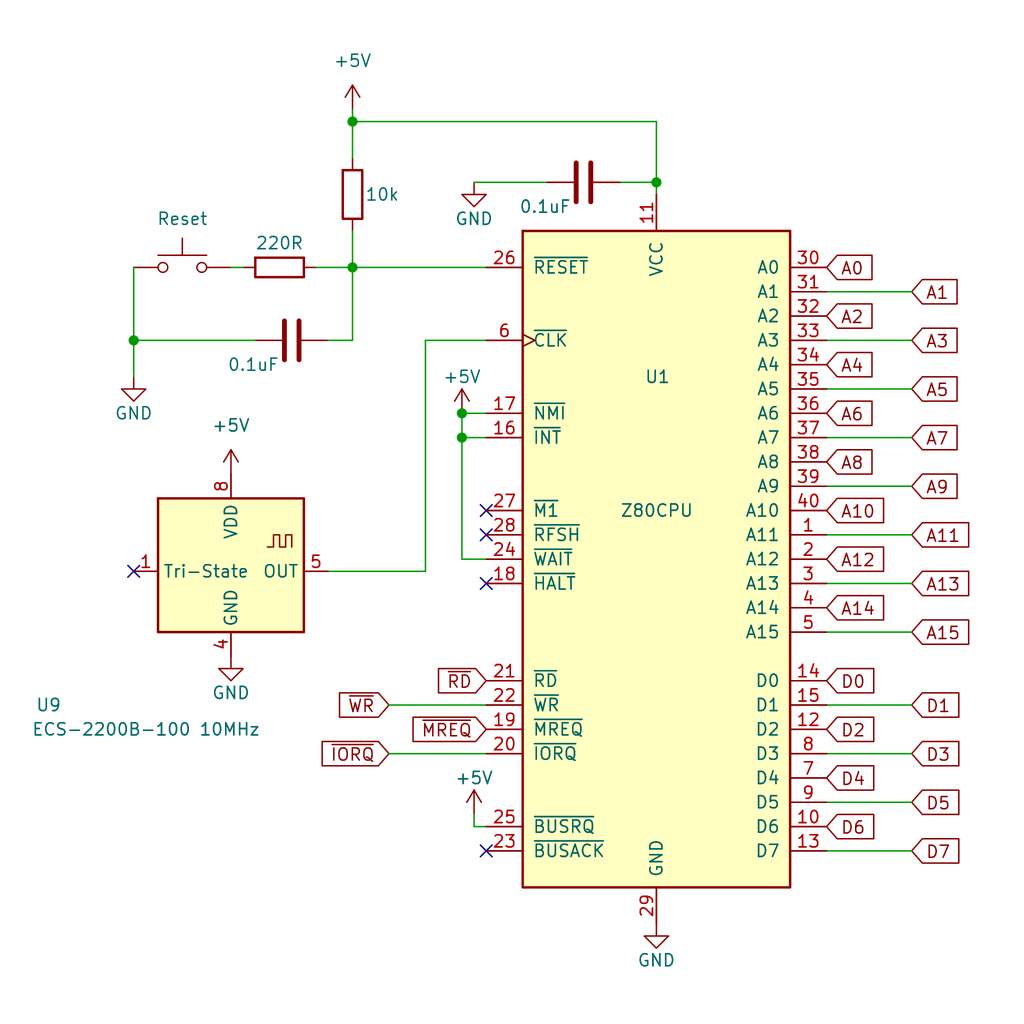
<source format=kicad_sch>
(kicad_sch (version 20230121) (generator eeschema)
  (paper "User" 107.01 107.01)
  (lib_symbols
    (symbol "74xx:74LS04"
      (property "Reference" "U" (at 0 1.27 0))
      (property "Value" "74LS04" (at 0 -1.27 0))
      (symbol "74LS04_1_0"
        (polyline (pts (xy -3.81 3.81) (xy -3.81 -3.81) (xy 3.81 0) (xy -3.81 3.81)) (stroke (width 0.254)) (fill (type background)))
        (pin input line (at -7.62 0 0) (length 3.81) (name "~") (number "1"))
        (pin output inverted (at 7.62 0 180) (length 3.81) (name "~") (number "2"))
      )
      (symbol "74LS04_2_0"
        (polyline (pts (xy -3.81 3.81) (xy -3.81 -3.81) (xy 3.81 0) (xy -3.81 3.81)) (stroke (width 0.254)) (fill (type background)))
        (pin input line (at -7.62 0 0) (length 3.81) (name "~") (number "3"))
        (pin output inverted (at 7.62 0 180) (length 3.81) (name "~") (number "4"))
      )
      (symbol "74LS04_3_0"
        (polyline (pts (xy -3.81 3.81) (xy -3.81 -3.81) (xy 3.81 0) (xy -3.81 3.81)) (stroke (width 0.254)) (fill (type background)))
        (pin input line (at -7.62 0 0) (length 3.81) (name "~") (number "5"))
        (pin output inverted (at 7.62 0 180) (length 3.81) (name "~") (number "6"))
      )
      (symbol "74LS04_4_0"
        (polyline (pts (xy -3.81 3.81) (xy -3.81 -3.81) (xy 3.81 0) (xy -3.81 3.81)) (stroke (width 0.254)) (fill (type background)))
        (pin output inverted (at 7.62 0 180) (length 3.81) (name "~") (number "8"))
        (pin input line (at -7.62 0 0) (length 3.81) (name "~") (number "9"))
      )
      (symbol "74LS04_5_0"
        (polyline (pts (xy -3.81 3.81) (xy -3.81 -3.81) (xy 3.81 0) (xy -3.81 3.81)) (stroke (width 0.254)) (fill (type background)))
        (pin output inverted (at 7.62 0 180) (length 3.81) (name "~") (number "10"))
        (pin input line (at -7.62 0 0) (length 3.81) (name "~") (number "11"))
      )
      (symbol "74LS04_6_0"
        (polyline (pts (xy -3.81 3.81) (xy -3.81 -3.81) (xy 3.81 0) (xy -3.81 3.81)) (stroke (width 0.254)) (fill (type background)))
        (pin output inverted (at 7.62 0 180) (length 3.81) (name "~") (number "12"))
        (pin input line (at -7.62 0 0) (length 3.81) (name "~") (number "13"))
      )
      (symbol "74LS04_7_0"
        (pin power_in line (at 0 12.7 270) (length 5.08) (name "VCC") (number "14"))
        (pin power_in line (at 0 -12.7 90) (length 5.08) (name "GND") (number "7"))
      )
      (symbol "74LS04_7_1"
        (rectangle (start -5.08 7.62) (end 5.08 -7.62) (stroke (width 0.254)) (fill (type background)))
      )
    )
    (symbol "74xx:74LS32" (pin_names (offset 1.016))
      (property "Reference" "U" (at 0 1.27 0))
      (property "Value" "74LS32" (at 0 -1.27 0))
      (symbol "74LS32_1_1"
        (arc (start -3.81 -3.81) (mid -2.589 0) (end -3.81 3.81) (stroke (width 0.254)))
        (arc (start -0.6096 -3.81) (mid 2.1842 -2.5851) (end 3.81 0) (stroke (width 0.254)) (fill (type background)))
        (polyline (pts (xy -3.81 -3.81) (xy -0.635 -3.81)) (stroke (width 0.254)) (fill (type background)))
        (polyline (pts (xy -3.81 3.81) (xy -0.635 3.81)) (stroke (width 0.254)) (fill (type background)))
        (polyline (pts (xy -0.635 3.81) (xy -3.81 3.81) (xy -3.81 3.81) (xy -3.556 3.4036) (xy -3.0226 2.2606) (xy -2.6924 1.0414) (xy -2.6162 -0.254) (xy -2.7686 -1.4986) (xy -3.175 -2.7178) (xy -3.81 -3.81) (xy -3.81 -3.81) (xy -0.635 -3.81)) (stroke (width -25.4)) (fill (type background)))
        (arc (start 3.81 0) (mid 2.1915 2.5936) (end -0.6096 3.81) (stroke (width 0.254)) (fill (type background)))
        (pin input line (at -7.62 2.54 0) (length 4.318) (name "~") (number "1"))
        (pin input line (at -7.62 -2.54 0) (length 4.318) (name "~") (number "2"))
        (pin output line (at 7.62 0 180) (length 3.81) (name "~") (number "3"))
      )
      (symbol "74LS32_1_2"
        (arc (start 0 -3.81) (mid 3.7934 0) (end 0 3.81) (stroke (width 0.254)) (fill (type background)))
        (polyline (pts (xy 0 3.81) (xy -3.81 3.81) (xy -3.81 -3.81) (xy 0 -3.81)) (stroke (width 0.254)) (fill (type background)))
        (pin input inverted (at -7.62 2.54 0) (length 3.81) (name "~") (number "1"))
        (pin input inverted (at -7.62 -2.54 0) (length 3.81) (name "~") (number "2"))
        (pin output inverted (at 7.62 0 180) (length 3.81) (name "~") (number "3"))
      )
      (symbol "74LS32_2_1"
        (arc (start -3.81 -3.81) (mid -2.589 0) (end -3.81 3.81) (stroke (width 0.254)))
        (arc (start -0.6096 -3.81) (mid 2.1842 -2.5851) (end 3.81 0) (stroke (width 0.254)) (fill (type background)))
        (polyline (pts (xy -3.81 -3.81) (xy -0.635 -3.81)) (stroke (width 0.254)) (fill (type background)))
        (polyline (pts (xy -3.81 3.81) (xy -0.635 3.81)) (stroke (width 0.254)) (fill (type background)))
        (polyline (pts (xy -0.635 3.81) (xy -3.81 3.81) (xy -3.81 3.81) (xy -3.556 3.4036) (xy -3.0226 2.2606) (xy -2.6924 1.0414) (xy -2.6162 -0.254) (xy -2.7686 -1.4986) (xy -3.175 -2.7178) (xy -3.81 -3.81) (xy -3.81 -3.81) (xy -0.635 -3.81)) (stroke (width -25.4)) (fill (type background)))
        (arc (start 3.81 0) (mid 2.1915 2.5936) (end -0.6096 3.81) (stroke (width 0.254)) (fill (type background)))
        (pin input line (at -7.62 2.54 0) (length 4.318) (name "~") (number "4"))
        (pin input line (at -7.62 -2.54 0) (length 4.318) (name "~") (number "5"))
        (pin output line (at 7.62 0 180) (length 3.81) (name "~") (number "6"))
      )
      (symbol "74LS32_2_2"
        (arc (start 0 -3.81) (mid 3.7934 0) (end 0 3.81) (stroke (width 0.254)) (fill (type background)))
        (polyline (pts (xy 0 3.81) (xy -3.81 3.81) (xy -3.81 -3.81) (xy 0 -3.81)) (stroke (width 0.254)) (fill (type background)))
        (pin input inverted (at -7.62 2.54 0) (length 3.81) (name "~") (number "4"))
        (pin input inverted (at -7.62 -2.54 0) (length 3.81) (name "~") (number "5"))
        (pin output inverted (at 7.62 0 180) (length 3.81) (name "~") (number "6"))
      )
      (symbol "74LS32_3_1"
        (arc (start -3.81 -3.81) (mid -2.589 0) (end -3.81 3.81) (stroke (width 0.254)))
        (arc (start -0.6096 -3.81) (mid 2.1842 -2.5851) (end 3.81 0) (stroke (width 0.254)) (fill (type background)))
        (polyline (pts (xy -3.81 -3.81) (xy -0.635 -3.81)) (stroke (width 0.254)) (fill (type background)))
        (polyline (pts (xy -3.81 3.81) (xy -0.635 3.81)) (stroke (width 0.254)) (fill (type background)))
        (polyline (pts (xy -0.635 3.81) (xy -3.81 3.81) (xy -3.81 3.81) (xy -3.556 3.4036) (xy -3.0226 2.2606) (xy -2.6924 1.0414) (xy -2.6162 -0.254) (xy -2.7686 -1.4986) (xy -3.175 -2.7178) (xy -3.81 -3.81) (xy -3.81 -3.81) (xy -0.635 -3.81)) (stroke (width -25.4)) (fill (type background)))
        (arc (start 3.81 0) (mid 2.1915 2.5936) (end -0.6096 3.81) (stroke (width 0.254)) (fill (type background)))
        (pin input line (at -7.62 -2.54 0) (length 4.318) (name "~") (number "10"))
        (pin output line (at 7.62 0 180) (length 3.81) (name "~") (number "8"))
        (pin input line (at -7.62 2.54 0) (length 4.318) (name "~") (number "9"))
      )
      (symbol "74LS32_3_2"
        (arc (start 0 -3.81) (mid 3.7934 0) (end 0 3.81) (stroke (width 0.254)) (fill (type background)))
        (polyline (pts (xy 0 3.81) (xy -3.81 3.81) (xy -3.81 -3.81) (xy 0 -3.81)) (stroke (width 0.254)) (fill (type background)))
        (pin input inverted (at -7.62 -2.54 0) (length 3.81) (name "~") (number "10"))
        (pin output inverted (at 7.62 0 180) (length 3.81) (name "~") (number "8"))
        (pin input inverted (at -7.62 2.54 0) (length 3.81) (name "~") (number "9"))
      )
      (symbol "74LS32_4_1"
        (arc (start -3.81 -3.81) (mid -2.589 0) (end -3.81 3.81) (stroke (width 0.254)))
        (arc (start -0.6096 -3.81) (mid 2.1842 -2.5851) (end 3.81 0) (stroke (width 0.254)) (fill (type background)))
        (polyline (pts (xy -3.81 -3.81) (xy -0.635 -3.81)) (stroke (width 0.254)) (fill (type background)))
        (polyline (pts (xy -3.81 3.81) (xy -0.635 3.81)) (stroke (width 0.254)) (fill (type background)))
        (polyline (pts (xy -0.635 3.81) (xy -3.81 3.81) (xy -3.81 3.81) (xy -3.556 3.4036) (xy -3.0226 2.2606) (xy -2.6924 1.0414) (xy -2.6162 -0.254) (xy -2.7686 -1.4986) (xy -3.175 -2.7178) (xy -3.81 -3.81) (xy -3.81 -3.81) (xy -0.635 -3.81)) (stroke (width -25.4)) (fill (type background)))
        (arc (start 3.81 0) (mid 2.1915 2.5936) (end -0.6096 3.81) (stroke (width 0.254)) (fill (type background)))
        (pin output line (at 7.62 0 180) (length 3.81) (name "~") (number "11"))
        (pin input line (at -7.62 2.54 0) (length 4.318) (name "~") (number "12"))
        (pin input line (at -7.62 -2.54 0) (length 4.318) (name "~") (number "13"))
      )
      (symbol "74LS32_4_2"
        (arc (start 0 -3.81) (mid 3.7934 0) (end 0 3.81) (stroke (width 0.254)) (fill (type background)))
        (polyline (pts (xy 0 3.81) (xy -3.81 3.81) (xy -3.81 -3.81) (xy 0 -3.81)) (stroke (width 0.254)) (fill (type background)))
        (pin output inverted (at 7.62 0 180) (length 3.81) (name "~") (number "11"))
        (pin input inverted (at -7.62 2.54 0) (length 3.81) (name "~") (number "12"))
        (pin input inverted (at -7.62 -2.54 0) (length 3.81) (name "~") (number "13"))
      )
      (symbol "74LS32_5_0"
        (pin power_in line (at 0 12.7 270) (length 5.08) (name "VCC") (number "14"))
        (pin power_in line (at 0 -12.7 90) (length 5.08) (name "GND") (number "7"))
      )
      (symbol "74LS32_5_1"
        (rectangle (start -5.08 7.62) (end 5.08 -7.62) (stroke (width 0.254)) (fill (type background)))
      )
    )
    (symbol "CPU:Z80CPU" (pin_names (offset 1.016))
      (property "Reference" "U" (at -13.97 35.56 0))
      (property "Value" "Z80CPU" (at 6.35 35.56 0))
      (symbol "Z80CPU_0_1"
        (rectangle (start -13.97 34.29) (end 13.97 -34.29) (stroke (width 0.254)) (fill (type background)))
      )
      (symbol "Z80CPU_1_1"
        (pin output line (at 17.78 2.54 180) (length 3.81) (name "A11") (number "1"))
        (pin bidirectional line (at 17.78 -27.94 180) (length 3.81) (name "D6") (number "10"))
        (pin power_in line (at 0 38.1 270) (length 3.81) (name "VCC") (number "11"))
        (pin bidirectional line (at 17.78 -17.78 180) (length 3.81) (name "D2") (number "12"))
        (pin bidirectional line (at 17.78 -30.48 180) (length 3.81) (name "D7") (number "13"))
        (pin bidirectional line (at 17.78 -12.7 180) (length 3.81) (name "D0") (number "14"))
        (pin bidirectional line (at 17.78 -15.24 180) (length 3.81) (name "D1") (number "15"))
        (pin input line (at -17.78 12.7 0) (length 3.81) (name "~{INT}") (number "16"))
        (pin input line (at -17.78 15.24 0) (length 3.81) (name "~{NMI}") (number "17"))
        (pin output line (at -17.78 -2.54 0) (length 3.81) (name "~{HALT}") (number "18"))
        (pin output line (at -17.78 -17.78 0) (length 3.81) (name "~{MREQ}") (number "19"))
        (pin output line (at 17.78 0 180) (length 3.81) (name "A12") (number "2"))
        (pin output line (at -17.78 -20.32 0) (length 3.81) (name "~{IORQ}") (number "20"))
        (pin output line (at -17.78 -12.7 0) (length 3.81) (name "~{RD}") (number "21"))
        (pin output line (at -17.78 -15.24 0) (length 3.81) (name "~{WR}") (number "22"))
        (pin output line (at -17.78 -30.48 0) (length 3.81) (name "~{BUSACK}") (number "23"))
        (pin input line (at -17.78 0 0) (length 3.81) (name "~{WAIT}") (number "24"))
        (pin input line (at -17.78 -27.94 0) (length 3.81) (name "~{BUSRQ}") (number "25"))
        (pin input line (at -17.78 30.48 0) (length 3.81) (name "~{RESET}") (number "26"))
        (pin output line (at -17.78 5.08 0) (length 3.81) (name "~{M1}") (number "27"))
        (pin output line (at -17.78 2.54 0) (length 3.81) (name "~{RFSH}") (number "28"))
        (pin power_in line (at 0 -38.1 90) (length 3.81) (name "GND") (number "29"))
        (pin output line (at 17.78 -2.54 180) (length 3.81) (name "A13") (number "3"))
        (pin output line (at 17.78 30.48 180) (length 3.81) (name "A0") (number "30"))
        (pin output line (at 17.78 27.94 180) (length 3.81) (name "A1") (number "31"))
        (pin output line (at 17.78 25.4 180) (length 3.81) (name "A2") (number "32"))
        (pin output line (at 17.78 22.86 180) (length 3.81) (name "A3") (number "33"))
        (pin output line (at 17.78 20.32 180) (length 3.81) (name "A4") (number "34"))
        (pin output line (at 17.78 17.78 180) (length 3.81) (name "A5") (number "35"))
        (pin output line (at 17.78 15.24 180) (length 3.81) (name "A6") (number "36"))
        (pin output line (at 17.78 12.7 180) (length 3.81) (name "A7") (number "37"))
        (pin output line (at 17.78 10.16 180) (length 3.81) (name "A8") (number "38"))
        (pin output line (at 17.78 7.62 180) (length 3.81) (name "A9") (number "39"))
        (pin output line (at 17.78 -5.08 180) (length 3.81) (name "A14") (number "4"))
        (pin output line (at 17.78 5.08 180) (length 3.81) (name "A10") (number "40"))
        (pin output line (at 17.78 -7.62 180) (length 3.81) (name "A15") (number "5"))
        (pin input clock (at -17.78 22.86 0) (length 3.81) (name "~{CLK}") (number "6"))
        (pin bidirectional line (at 17.78 -22.86 180) (length 3.81) (name "D4") (number "7"))
        (pin bidirectional line (at 17.78 -20.32 180) (length 3.81) (name "D3") (number "8"))
        (pin bidirectional line (at 17.78 -25.4 180) (length 3.81) (name "D5") (number "9"))
      )
    )
    (symbol "Device:C" (pin_numbers hide) (pin_names (offset 0.254))
      (property "Reference" "C" (at 0.635 2.54 0))
      (property "Value" "C" (at 0.635 -2.54 0))
      (symbol "C_0_1"
        (polyline (pts (xy -2.032 -0.762) (xy 2.032 -0.762)) (stroke (width 0.508)))
        (polyline (pts (xy -2.032 0.762) (xy 2.032 0.762)) (stroke (width 0.508)))
      )
      (symbol "C_1_1"
        (pin passive line (at 0 3.81 270) (length 2.794) (name "~") (number "1"))
        (pin passive line (at 0 -3.81 90) (length 2.794) (name "~") (number "2"))
      )
    )
    (symbol "Device:R" (pin_numbers hide) (pin_names (offset 0))
      (property "Reference" "R" (at 2.032 0 90))
      (property "Value" "R" (at 0 0 90))
      (symbol "R_0_1"
        (rectangle (start -1.016 -2.54) (end 1.016 2.54) (stroke (width 0.254)))
      )
      (symbol "R_1_1"
        (pin passive line (at 0 3.81 270) (length 1.27) (name "~") (number "1"))
        (pin passive line (at 0 -3.81 90) (length 1.27) (name "~") (number "2"))
      )
    )
    (symbol "ECS-2200x-xxx:ECS-2200x-xxx"
      (property "Reference" "U" (at -5.08 10.16 0))
      (property "Value" "ECS-2200x-xxx" (at 1.27 -6.35 0))
      (symbol "ECS-2200x-xxx_0_1"
        (rectangle (start -7.62 8.89) (end 7.62 -5.08) (stroke (width 0.254)) (fill (type background)))
        (polyline (pts (xy 3.81 3.81) (xy 4.445 3.81) (xy 4.445 5.08) (xy 5.08 5.08) (xy 5.08 3.81) (xy 5.715 3.81) (xy 5.715 5.08) (xy 6.35 5.08) (xy 6.35 3.81)))
      )
      (symbol "ECS-2200x-xxx_1_1"
        (pin input line (at -10.16 1.27 0) (length 2.54) (name "Tri-State") (number "1"))
        (pin power_in line (at 0 -7.62 90) (length 2.54) (name "GND") (number "4"))
        (pin output line (at 10.16 1.27 180) (length 2.54) (name "OUT") (number "5"))
        (pin power_in line (at 0 11.43 270) (length 2.54) (name "VDD") (number "8"))
      )
    )
    (symbol "GND_1" (power) (pin_numbers hide) (pin_names (offset 0) hide)
      (property "Value" "GND_1" (at 0 -3.81 0))
      (symbol "GND_1_0_1"
        (polyline (pts (xy 0 0) (xy 0 -1.27) (xy 1.27 -1.27) (xy 0 -2.54) (xy -1.27 -1.27) (xy 0 -1.27)))
      )
      (symbol "GND_1_1_1"
        (pin power_in line (at 0 0 270) (length 0) hide (name "GND") (number "1"))
      )
    )
    (symbol "Switch:SW_Push" (pin_numbers hide) (pin_names (offset 1.016) hide)
      (property "Reference" "SW" (at 1.27 2.54 0))
      (property "Value" "SW_Push" (at 0 -1.524 0))
      (symbol "SW_Push_0_1"
        (circle (center -2.032 0) (radius 0.508))
        (polyline (pts (xy 0 1.27) (xy 0 3.048)))
        (polyline (pts (xy 2.54 1.27) (xy -2.54 1.27)))
        (circle (center 2.032 0) (radius 0.508))
        (pin passive line (at -5.08 0 0) (length 2.54) (name "1") (number "1"))
        (pin passive line (at 5.08 0 180) (length 2.54) (name "2") (number "2"))
      )
    )
    (symbol "power:+5V" (power) (pin_numbers hide) (pin_names (offset 0) hide)
      (property "Value" "+5V" (at 0 3.556 0))
      (symbol "+5V_0_1"
        (polyline (pts (xy -0.762 1.27) (xy 0 2.54)))
        (polyline (pts (xy 0 0) (xy 0 2.54)))
        (polyline (pts (xy 0 2.54) (xy 0.762 1.27)))
      )
      (symbol "+5V_1_1"
        (pin power_in line (at 0 0 90) (length 0) hide (name "+5V") (number "1"))
      )
    )
    (symbol "power:GND" (power) (pin_numbers hide) (pin_names (offset 0) hide)
      (property "Value" "GND" (at 0 -3.81 0))
      (symbol "GND_0_1"
        (polyline (pts (xy 0 0) (xy 0 -1.27) (xy 1.27 -1.27) (xy 0 -2.54) (xy -1.27 -1.27) (xy 0 -1.27)))
      )
      (symbol "GND_1_1"
        (pin power_in line (at 0 0 270) (length 0) hide (name "GND") (number "1"))
      )
    )
  )
  (junction (at 83.82 237.49))
  (junction (at 36.83 27.94))
  (junction (at 162.56 265.43))
  (junction (at 48.26 45.72))
  (junction (at 36.83 12.7))
  (junction (at 102.87 269.24))
  (junction (at 162.56 231.14))
  (junction (at 68.58 19.05))
  (junction (at 48.26 43.18))
  (junction (at 143.51 269.24))
  (junction (at 133.35 269.24))
  (junction (at 73.66 269.24))
  (junction (at 83.82 269.24))
  (junction (at 113.03 269.24))
  (junction (at 162.56 241.3))
  (junction (at 102.87 237.49))
  (junction (at 162.56 246.38))
  (junction (at 162.56 251.46))
  (junction (at 133.35 237.49))
  (junction (at 113.03 237.49))
  (junction (at 13.97 35.56))
  (junction (at 143.51 237.49))
  (junction (at 162.56 260.35))
  (no_connect (at 193.04 231.14))
  (no_connect (at 50.8 53.34))
  (no_connect (at 177.8 243.84))
  (no_connect (at 13.97 59.69))
  (no_connect (at 50.8 55.88))
  (no_connect (at 193.04 251.46))
  (no_connect (at 177.8 262.89))
  (no_connect (at 50.8 88.9))
  (no_connect (at 50.8 60.96))
  (no_connect (at 177.8 224.79))
  (wire (pts (xy 102.87 237.49) (xy 113.03 237.49)))
  (wire (pts (xy 95.25 30.48) (xy 86.36 30.48)))
  (wire (pts (xy 13.97 27.94) (xy 13.97 35.56)))
  (wire (pts (xy 95.25 73.66) (xy 86.36 73.66)))
  (wire (pts (xy 73.66 269.24) (xy 83.82 269.24)))
  (wire (pts (xy 95.25 45.72) (xy 86.36 45.72)))
  (wire (pts (xy 83.82 241.3) (xy 83.82 237.49)))
  (wire (pts (xy 95.25 60.96) (xy 86.36 60.96)))
  (wire (pts (xy 36.83 11.43) (xy 36.83 12.7)))
  (wire (pts (xy 49.53 19.05) (xy 57.15 19.05)))
  (wire (pts (xy 44.45 59.69) (xy 44.45 35.56)))
  (wire (pts (xy 143.51 269.24) (xy 162.56 269.24)))
  (wire (pts (xy 162.56 224.79) (xy 162.56 231.14)))
  (wire (pts (xy 40.64 78.74) (xy 50.8 78.74)))
  (wire (pts (xy 83.82 266.7) (xy 83.82 269.24)))
  (wire (pts (xy 143.51 265.43) (xy 143.51 269.24)))
  (wire (pts (xy 133.35 269.24) (xy 143.51 269.24)))
  (wire (pts (xy 95.25 50.8) (xy 86.36 50.8)))
  (wire (pts (xy 133.35 256.54) (xy 133.35 269.24)))
  (wire (pts (xy 177.8 231.14) (xy 162.56 231.14)))
  (wire (pts (xy 162.56 260.35) (xy 162.56 265.43)))
  (wire (pts (xy 36.83 27.94) (xy 50.8 27.94)))
  (wire (pts (xy 36.83 24.13) (xy 36.83 27.94)))
  (wire (pts (xy 13.97 35.56) (xy 26.67 35.56)))
  (wire (pts (xy 113.03 266.7) (xy 113.03 269.24)))
  (wire (pts (xy 33.02 27.94) (xy 36.83 27.94)))
  (wire (pts (xy 95.25 40.64) (xy 86.36 40.64)))
  (wire (pts (xy 162.56 251.46) (xy 162.56 260.35)))
  (wire (pts (xy 48.26 45.72) (xy 48.26 43.18)))
  (wire (pts (xy 40.64 73.66) (xy 50.8 73.66)))
  (wire (pts (xy 73.66 257.81) (xy 73.66 269.24)))
  (wire (pts (xy 73.66 237.49) (xy 83.82 237.49)))
  (wire (pts (xy 48.26 43.18) (xy 50.8 43.18)))
  (wire (pts (xy 95.25 78.74) (xy 86.36 78.74)))
  (wire (pts (xy 102.87 269.24) (xy 113.03 269.24)))
  (wire (pts (xy 133.35 237.49) (xy 133.35 248.92)))
  (wire (pts (xy 36.83 12.7) (xy 36.83 16.51)))
  (wire (pts (xy 95.25 66.04) (xy 86.36 66.04)))
  (wire (pts (xy 48.26 45.72) (xy 50.8 45.72)))
  (wire (pts (xy 48.26 58.42) (xy 48.26 45.72)))
  (wire (pts (xy 95.25 88.9) (xy 86.36 88.9)))
  (wire (pts (xy 50.8 58.42) (xy 48.26 58.42)))
  (wire (pts (xy 34.29 59.69) (xy 44.45 59.69)))
  (wire (pts (xy 113.03 237.49) (xy 133.35 237.49)))
  (wire (pts (xy 83.82 237.49) (xy 102.87 237.49)))
  (wire (pts (xy 162.56 241.3) (xy 162.56 246.38)))
  (wire (pts (xy 68.58 19.05) (xy 68.58 20.32)))
  (wire (pts (xy 102.87 257.81) (xy 102.87 269.24)))
  (wire (pts (xy 102.87 237.49) (xy 102.87 250.19)))
  (wire (pts (xy 162.56 251.46) (xy 177.8 251.46)))
  (wire (pts (xy 36.83 12.7) (xy 68.58 12.7)))
  (wire (pts (xy 49.53 86.36) (xy 49.53 85.09)))
  (wire (pts (xy 13.97 39.37) (xy 13.97 35.56)))
  (wire (pts (xy 44.45 35.56) (xy 50.8 35.56)))
  (wire (pts (xy 73.66 250.19) (xy 73.66 237.49)))
  (wire (pts (xy 113.03 269.24) (xy 133.35 269.24)))
  (wire (pts (xy 162.56 246.38) (xy 162.56 251.46)))
  (wire (pts (xy 143.51 237.49) (xy 133.35 237.49)))
  (wire (pts (xy 83.82 269.24) (xy 102.87 269.24)))
  (wire (pts (xy 113.03 237.49) (xy 113.03 241.3)))
  (wire (pts (xy 50.8 86.36) (xy 49.53 86.36)))
  (wire (pts (xy 95.25 83.82) (xy 86.36 83.82)))
  (wire (pts (xy 64.77 19.05) (xy 68.58 19.05)))
  (wire (pts (xy 24.13 27.94) (xy 25.4 27.94)))
  (wire (pts (xy 68.58 12.7) (xy 68.58 19.05)))
  (wire (pts (xy 95.25 35.56) (xy 86.36 35.56)))
  (wire (pts (xy 162.56 265.43) (xy 162.56 269.24)))
  (wire (pts (xy 143.51 237.49) (xy 143.51 240.03)))
  (wire (pts (xy 162.56 231.14) (xy 162.56 241.3)))
  (wire (pts (xy 36.83 35.56) (xy 36.83 27.94)))
  (wire (pts (xy 34.29 35.56) (xy 36.83 35.56)))
  (wire (pts (xy 95.25 55.88) (xy 86.36 55.88)))
  (global_label "A2" (shape input) (at 86.36 33.02 0) (property "Intersheetrefs" "${INTERSHEET_REFS}" (effects hide)))
  (global_label "D5" (shape input) (at 95.25 83.82 0) (property "Intersheetrefs" "${INTERSHEET_REFS}" (effects hide)))
  (global_label "D1" (shape input) (at 95.25 73.66 0) (property "Intersheetrefs" "${INTERSHEET_REFS}" (effects hide)))
  (global_label "A8" (shape input) (at 86.36 48.26 0) (property "Intersheetrefs" "${INTERSHEET_REFS}" (effects hide)))
  (global_label "~{RD}" (shape input) (at 50.8 71.12 180) (property "Intersheetrefs" "${INTERSHEET_REFS}" (effects hide)))
  (global_label "A15" (shape input) (at 95.25 66.04 0) (property "Intersheetrefs" "${INTERSHEET_REFS}" (effects hide)))
  (global_label "A11" (shape input) (at 95.25 55.88 0) (property "Intersheetrefs" "${INTERSHEET_REFS}" (effects hide)))
  (global_label "A9" (shape input) (at 95.25 50.8 0) (property "Intersheetrefs" "${INTERSHEET_REFS}" (effects hide)))
  (global_label "A13" (shape input) (at 95.25 60.96 0) (property "Intersheetrefs" "${INTERSHEET_REFS}" (effects hide)))
  (global_label "D2" (shape input) (at 86.36 76.2 0) (property "Intersheetrefs" "${INTERSHEET_REFS}" (effects hide)))
  (global_label "D6" (shape input) (at 86.36 86.36 0) (property "Intersheetrefs" "${INTERSHEET_REFS}" (effects hide)))
  (global_label "~{IORQ}" (shape input) (at 40.64 78.74 180) (property "Intersheetrefs" "${INTERSHEET_REFS}" (effects hide)))
  (global_label "A3" (shape input) (at 95.25 35.56 0) (property "Intersheetrefs" "${INTERSHEET_REFS}" (effects hide)))
  (global_label "A12" (shape input) (at 86.36 58.42 0) (property "Intersheetrefs" "${INTERSHEET_REFS}" (effects hide)))
  (global_label "A1" (shape input) (at 95.25 30.48 0) (property "Intersheetrefs" "${INTERSHEET_REFS}" (effects hide)))
  (global_label "D0" (shape input) (at 86.36 71.12 0) (property "Intersheetrefs" "${INTERSHEET_REFS}" (effects hide)))
  (global_label "A10" (shape input) (at 86.36 53.34 0) (property "Intersheetrefs" "${INTERSHEET_REFS}" (effects hide)))
  (global_label "D7" (shape input) (at 95.25 88.9 0) (property "Intersheetrefs" "${INTERSHEET_REFS}" (effects hide)))
  (global_label "~{WR}" (shape input) (at 40.64 73.66 180) (property "Intersheetrefs" "${INTERSHEET_REFS}" (effects hide)))
  (global_label "A6" (shape input) (at 86.36 43.18 0) (property "Intersheetrefs" "${INTERSHEET_REFS}" (effects hide)))
  (global_label "~{MREQ}" (shape input) (at 50.8 76.2 180) (property "Intersheetrefs" "${INTERSHEET_REFS}" (effects hide)))
  (global_label "A7" (shape input) (at 95.25 45.72 0) (property "Intersheetrefs" "${INTERSHEET_REFS}" (effects hide)))
  (global_label "D4" (shape input) (at 86.36 81.28 0) (property "Intersheetrefs" "${INTERSHEET_REFS}" (effects hide)))
  (global_label "A4" (shape input) (at 86.36 38.1 0) (property "Intersheetrefs" "${INTERSHEET_REFS}" (effects hide)))
  (global_label "A14" (shape input) (at 86.36 63.5 0) (property "Intersheetrefs" "${INTERSHEET_REFS}" (effects hide)))
  (global_label "A0" (shape input) (at 86.36 27.94 0) (property "Intersheetrefs" "${INTERSHEET_REFS}" (effects hide)))
  (global_label "D3" (shape input) (at 95.25 78.74 0) (property "Intersheetrefs" "${INTERSHEET_REFS}" (effects hide)))
  (global_label "A5" (shape input) (at 95.25 40.64 0) (property "Intersheetrefs" "${INTERSHEET_REFS}" (effects hide)))
  (symbol (lib_id "Device:R") (at 29.21 27.94 270) (unit 1)
    (property "Reference" "R2" (effects hide))
    (property "Value" "220R" (at 29.21 25.4 90))
  )
  (symbol (lib_id "74xx:74LS04") (at 83.82 254 0) (unit 7)
    (property "Reference" "U2" (at 90.17 252.73 0) (effects (justify left)))
    (property "Value" "74LS04" (at 90.17 255.27 0) (effects (justify left)))
    (property "Datasheet" "http://www.ti.com/lit/gpn/sn74LS04" (effects hide))
  )
  (symbol (lib_id "CPU:Z80CPU") (at 68.58 58.42 0) (unit 1)
    (property "Reference" "U1" (at 67.31 39.37 0) (effects (justify left)))
    (property "Value" "Z80CPU" (at 64.77 53.34 0) (effects (justify left)))
    (property "Datasheet" "www.zilog.com/manage_directlink.php?filepath=docs/z80/um0080" (effects hide))
  )
  (symbol (lib_id "power:GND") (at 49.53 19.05 0) (unit 1)
    (property "Reference" "#PWR04" (effects hide))
    (property "Value" "GND" (at 49.53 22.86 0))
  )
  (symbol (lib_id "Device:C") (at 60.96 19.05 270) (unit 1)
    (property "Reference" "C3" (effects hide))
    (property "Value" "0.1uF" (at 59.69 21.59 90) (effects (justify right)))
  )
  (symbol (lib_id "74xx:74LS04") (at 185.42 231.14 0) (mirror x) (unit 5)
    (property "Reference" "IC2" (at 185.42 220.98 0))
    (property "Value" "74LS04" (at 185.42 223.52 0))
    (property "Datasheet" "http://www.ti.com/lit/gpn/sn74LS04" (effects hide))
  )
  (symbol (lib_id "power:+5V") (at 48.26 43.18 0) (unit 1)
    (property "Reference" "#PWR05" (effects hide))
    (property "Value" "+5V" (at 48.26 39.37 0))
  )
  (symbol (lib_id "Device:C") (at 102.87 254 180) (unit 1)
    (property "Reference" "C2" (effects hide))
    (property "Value" "0.1uF" (at 100.33 252.73 90) (effects (justify right)))
  )
  (symbol (lib_id "74xx:74LS32") (at 143.51 252.73 0) (unit 5)
    (property "Reference" "U5" (at 151.13 251.46 0) (effects (justify left)))
    (property "Value" "74LS32" (at 151.13 254 0) (effects (justify left)))
    (property "Datasheet" "http://www.ti.com/lit/gpn/sn74LS32" (effects hide))
  )
  (symbol (lib_id "ECS-2200x-xxx:ECS-2200x-xxx") (at 24.13 60.96 0) (unit 1)
    (property "Reference" "U9" (at 5.08 73.66 0))
    (property "Value" "ECS-2200B-100 10MHz" (at 15.24 76.2 0))
    (property "Footprint" "Oscillator:Oscillator_8DIP_ECS_2200x-xxx-4Pin_13.2x13.2mm" (effects hide))
    (property "Datasheet" "https://www.mouser.co.uk/datasheet/2/122/ecs_2200-1284324.pdf" (effects hide))
  )
  (symbol (lib_id "power:GND") (at 73.66 269.24 0) (unit 1)
    (property "Reference" "#PWR015" (effects hide))
    (property "Value" "GND" (at 73.66 274.32 0))
  )
  (symbol (lib_id "74xx:74LS04") (at 170.18 224.79 0) (unit 3)
    (property "Reference" "IC2" (at 170.18 215.9 0))
    (property "Value" "74LS04" (at 170.18 218.44 0))
    (property "Datasheet" "http://www.ti.com/lit/gpn/sn74LS04" (effects hide))
  )
  (symbol (lib_id "Device:R") (at 36.83 20.32 0) (unit 1)
    (property "Reference" "R1" (effects hide))
    (property "Value" "10k" (at 38.1 20.32 0) (effects (justify left)))
  )
  (symbol (lib_id "74xx:74LS32") (at 113.03 254 0) (unit 5)
    (property "Reference" "U1" (at 119.38 252.73 0) (effects (justify left)))
    (property "Value" "74LS32" (at 119.38 255.27 0) (effects (justify left)))
    (property "Datasheet" "http://www.ti.com/lit/gpn/sn74LS32" (effects hide))
  )
  (symbol (lib_id "power:+5V") (at 49.53 85.09 0) (unit 1)
    (property "Reference" "#PWR06" (effects hide))
    (property "Value" "+5V" (at 49.53 81.28 0))
  )
  (symbol (lib_id "power:GND") (at 13.97 39.37 0) (unit 1)
    (property "Reference" "#PWR03" (effects hide))
    (property "Value" "GND" (at 13.97 43.18 0))
  )
  (symbol (lib_id "74xx:74LS04") (at 185.42 251.46 0) (unit 4)
    (property "Reference" "IC2" (at 185.42 242.57 0))
    (property "Value" "74LS04" (at 185.42 245.11 0))
    (property "Datasheet" "http://www.ti.com/lit/gpn/sn74LS04" (effects hide))
  )
  (symbol (lib_id "power:GND") (at 24.13 68.58 0) (unit 1)
    (property "Reference" "#PWR018" (effects hide))
    (property "Value" "GND" (at 24.13 72.39 0))
  )
  (symbol (lib_id "power:+5V") (at 36.83 11.43 0) (unit 1)
    (property "Reference" "#PWR01" (effects hide))
    (property "Value" "+5V" (at 36.83 6.35 0))
  )
  (symbol (lib_id "Device:C") (at 73.66 254 180) (unit 1)
    (property "Reference" "C1" (effects hide))
    (property "Value" "0.1uF" (at 71.12 252.73 90) (effects (justify right)))
  )
  (symbol (lib_id "Device:C") (at 133.35 252.73 180) (unit 1)
    (property "Reference" "C4" (effects hide))
    (property "Value" "0.1uF" (at 130.81 251.46 90) (effects (justify right)))
  )
  (symbol (lib_id "74xx:74LS32") (at 170.18 243.84 0) (unit 3)
    (property "Reference" "U5" (at 170.18 234.95 0))
    (property "Value" "74LS32" (at 170.18 237.49 0))
    (property "Datasheet" "http://www.ti.com/lit/gpn/sn74LS32" (effects hide))
  )
  (symbol (lib_id "74xx:74LS32") (at 170.18 262.89 0) (unit 4)
    (property "Reference" "U5" (at 170.18 254 0))
    (property "Value" "74LS32" (at 170.18 256.54 0))
    (property "Datasheet" "http://www.ti.com/lit/gpn/sn74LS32" (effects hide))
  )
  (symbol (lib_id "power:+5V") (at 24.13 49.53 0) (unit 1)
    (property "Reference" "#PWR017" (effects hide))
    (property "Value" "+5V" (at 24.13 44.45 0))
  )
  (symbol (lib_id "Switch:SW_Push") (at 19.05 27.94 0) (unit 1)
    (property "Reference" "SW1" (effects hide))
    (property "Value" "Reset" (at 19.05 22.86 0))
  )
  (symbol (lib_name "GND_1") (lib_id "power:GND") (at 68.58 96.52 0) (unit 1)
    (property "Reference" "#PWR07" (effects hide))
    (property "Value" "GND" (at 68.58 100.33 0))
  )
  (symbol (lib_id "Device:C") (at 30.48 35.56 270) (unit 1)
    (property "Reference" "C5" (effects hide))
    (property "Value" "0.1uF" (at 29.21 38.1 90) (effects (justify right)))
  )
  (symbol (lib_id "power:+5V") (at 143.51 237.49 0) (unit 1)
    (property "Reference" "#PWR016" (effects hide))
    (property "Value" "+5V" (at 143.51 232.41 0))
  )
)
</source>
